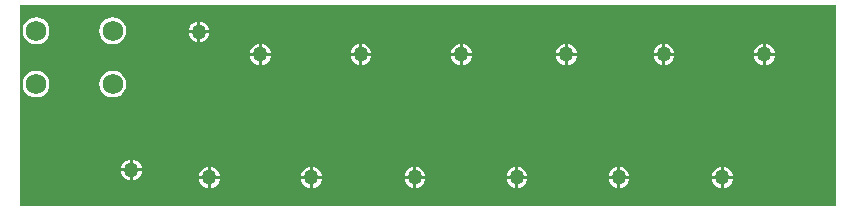
<source format=gbl>
G04*
G04 #@! TF.GenerationSoftware,Altium Limited,Altium Designer,20.0.14 (345)*
G04*
G04 Layer_Physical_Order=2*
G04 Layer_Color=16711680*
%FSLAX25Y25*%
%MOIN*%
G70*
G01*
G75*
%ADD26C,0.06890*%
%ADD27C,0.05000*%
G36*
X273500Y1500D02*
X1500D01*
Y68500D01*
X273500D01*
Y1500D01*
D02*
G37*
%LPC*%
G36*
X61500Y62964D02*
Y60000D01*
X64464D01*
X64410Y60414D01*
X64057Y61265D01*
X63496Y61996D01*
X62765Y62557D01*
X61914Y62910D01*
X61500Y62964D01*
D02*
G37*
G36*
X60500D02*
X60086Y62910D01*
X59235Y62557D01*
X58504Y61996D01*
X57943Y61265D01*
X57590Y60414D01*
X57536Y60000D01*
X60500D01*
Y62964D01*
D02*
G37*
G36*
X64464Y59000D02*
X61500D01*
Y56036D01*
X61914Y56090D01*
X62765Y56443D01*
X63496Y57004D01*
X64057Y57735D01*
X64410Y58586D01*
X64464Y59000D01*
D02*
G37*
G36*
X60500D02*
X57536D01*
X57590Y58586D01*
X57943Y57735D01*
X58504Y57004D01*
X59235Y56443D01*
X60086Y56090D01*
X60500Y56036D01*
Y59000D01*
D02*
G37*
G36*
X32295Y64341D02*
X31135Y64189D01*
X30054Y63741D01*
X29125Y63028D01*
X28413Y62100D01*
X27965Y61019D01*
X27812Y59858D01*
X27965Y58698D01*
X28413Y57617D01*
X29125Y56688D01*
X30054Y55976D01*
X31135Y55528D01*
X32295Y55375D01*
X33456Y55528D01*
X34537Y55976D01*
X35465Y56688D01*
X36178Y57617D01*
X36626Y58698D01*
X36779Y59858D01*
X36626Y61019D01*
X36178Y62100D01*
X35465Y63028D01*
X34537Y63741D01*
X33456Y64189D01*
X32295Y64341D01*
D02*
G37*
G36*
X6705D02*
X5544Y64189D01*
X4463Y63741D01*
X3535Y63028D01*
X2822Y62100D01*
X2374Y61019D01*
X2221Y59858D01*
X2374Y58698D01*
X2822Y57617D01*
X3535Y56688D01*
X4463Y55976D01*
X5544Y55528D01*
X6705Y55375D01*
X7865Y55528D01*
X8946Y55976D01*
X9875Y56688D01*
X10587Y57617D01*
X11035Y58698D01*
X11188Y59858D01*
X11035Y61019D01*
X10587Y62100D01*
X9875Y63028D01*
X8946Y63741D01*
X7865Y64189D01*
X6705Y64341D01*
D02*
G37*
G36*
X250000Y55464D02*
Y52500D01*
X252964D01*
X252910Y52914D01*
X252557Y53765D01*
X251996Y54496D01*
X251265Y55057D01*
X250414Y55410D01*
X250000Y55464D01*
D02*
G37*
G36*
X249000D02*
X248586Y55410D01*
X247735Y55057D01*
X247004Y54496D01*
X246443Y53765D01*
X246090Y52914D01*
X246036Y52500D01*
X249000D01*
Y55464D01*
D02*
G37*
G36*
X216500D02*
Y52500D01*
X219464D01*
X219410Y52914D01*
X219057Y53765D01*
X218496Y54496D01*
X217765Y55057D01*
X216914Y55410D01*
X216500Y55464D01*
D02*
G37*
G36*
X215500D02*
X215086Y55410D01*
X214235Y55057D01*
X213504Y54496D01*
X212943Y53765D01*
X212590Y52914D01*
X212536Y52500D01*
X215500D01*
Y55464D01*
D02*
G37*
G36*
X184000D02*
Y52500D01*
X186964D01*
X186910Y52914D01*
X186557Y53765D01*
X185996Y54496D01*
X185265Y55057D01*
X184414Y55410D01*
X184000Y55464D01*
D02*
G37*
G36*
X183000D02*
X182586Y55410D01*
X181735Y55057D01*
X181004Y54496D01*
X180443Y53765D01*
X180090Y52914D01*
X180036Y52500D01*
X183000D01*
Y55464D01*
D02*
G37*
G36*
X149000D02*
Y52500D01*
X151964D01*
X151910Y52914D01*
X151557Y53765D01*
X150996Y54496D01*
X150265Y55057D01*
X149414Y55410D01*
X149000Y55464D01*
D02*
G37*
G36*
X148000D02*
X147586Y55410D01*
X146735Y55057D01*
X146004Y54496D01*
X145443Y53765D01*
X145090Y52914D01*
X145036Y52500D01*
X148000D01*
Y55464D01*
D02*
G37*
G36*
X115500D02*
Y52500D01*
X118464D01*
X118410Y52914D01*
X118057Y53765D01*
X117496Y54496D01*
X116765Y55057D01*
X115914Y55410D01*
X115500Y55464D01*
D02*
G37*
G36*
X114500D02*
X114086Y55410D01*
X113235Y55057D01*
X112504Y54496D01*
X111943Y53765D01*
X111590Y52914D01*
X111536Y52500D01*
X114500D01*
Y55464D01*
D02*
G37*
G36*
X82000D02*
Y52500D01*
X84964D01*
X84910Y52914D01*
X84557Y53765D01*
X83996Y54496D01*
X83265Y55057D01*
X82414Y55410D01*
X82000Y55464D01*
D02*
G37*
G36*
X81000D02*
X80586Y55410D01*
X79735Y55057D01*
X79004Y54496D01*
X78443Y53765D01*
X78090Y52914D01*
X78036Y52500D01*
X81000D01*
Y55464D01*
D02*
G37*
G36*
X252964Y51500D02*
X250000D01*
Y48536D01*
X250414Y48590D01*
X251265Y48943D01*
X251996Y49504D01*
X252557Y50235D01*
X252910Y51086D01*
X252964Y51500D01*
D02*
G37*
G36*
X249000D02*
X246036D01*
X246090Y51086D01*
X246443Y50235D01*
X247004Y49504D01*
X247735Y48943D01*
X248586Y48590D01*
X249000Y48536D01*
Y51500D01*
D02*
G37*
G36*
X219464D02*
X216500D01*
Y48536D01*
X216914Y48590D01*
X217765Y48943D01*
X218496Y49504D01*
X219057Y50235D01*
X219410Y51086D01*
X219464Y51500D01*
D02*
G37*
G36*
X215500D02*
X212536D01*
X212590Y51086D01*
X212943Y50235D01*
X213504Y49504D01*
X214235Y48943D01*
X215086Y48590D01*
X215500Y48536D01*
Y51500D01*
D02*
G37*
G36*
X186964D02*
X184000D01*
Y48536D01*
X184414Y48590D01*
X185265Y48943D01*
X185996Y49504D01*
X186557Y50235D01*
X186910Y51086D01*
X186964Y51500D01*
D02*
G37*
G36*
X183000D02*
X180036D01*
X180090Y51086D01*
X180443Y50235D01*
X181004Y49504D01*
X181735Y48943D01*
X182586Y48590D01*
X183000Y48536D01*
Y51500D01*
D02*
G37*
G36*
X151964D02*
X149000D01*
Y48536D01*
X149414Y48590D01*
X150265Y48943D01*
X150996Y49504D01*
X151557Y50235D01*
X151910Y51086D01*
X151964Y51500D01*
D02*
G37*
G36*
X148000D02*
X145036D01*
X145090Y51086D01*
X145443Y50235D01*
X146004Y49504D01*
X146735Y48943D01*
X147586Y48590D01*
X148000Y48536D01*
Y51500D01*
D02*
G37*
G36*
X118464D02*
X115500D01*
Y48536D01*
X115914Y48590D01*
X116765Y48943D01*
X117496Y49504D01*
X118057Y50235D01*
X118410Y51086D01*
X118464Y51500D01*
D02*
G37*
G36*
X114500D02*
X111536D01*
X111590Y51086D01*
X111943Y50235D01*
X112504Y49504D01*
X113235Y48943D01*
X114086Y48590D01*
X114500Y48536D01*
Y51500D01*
D02*
G37*
G36*
X84964D02*
X82000D01*
Y48536D01*
X82414Y48590D01*
X83265Y48943D01*
X83996Y49504D01*
X84557Y50235D01*
X84910Y51086D01*
X84964Y51500D01*
D02*
G37*
G36*
X81000D02*
X78036D01*
X78090Y51086D01*
X78443Y50235D01*
X79004Y49504D01*
X79735Y48943D01*
X80586Y48590D01*
X81000Y48536D01*
Y51500D01*
D02*
G37*
G36*
X32295Y46625D02*
X31135Y46472D01*
X30054Y46024D01*
X29125Y45312D01*
X28413Y44383D01*
X27965Y43302D01*
X27812Y42142D01*
X27965Y40981D01*
X28413Y39900D01*
X29125Y38972D01*
X30054Y38259D01*
X31135Y37811D01*
X32295Y37659D01*
X33456Y37811D01*
X34537Y38259D01*
X35465Y38972D01*
X36178Y39900D01*
X36626Y40981D01*
X36779Y42142D01*
X36626Y43302D01*
X36178Y44383D01*
X35465Y45312D01*
X34537Y46024D01*
X33456Y46472D01*
X32295Y46625D01*
D02*
G37*
G36*
X6705D02*
X5544Y46472D01*
X4463Y46024D01*
X3535Y45312D01*
X2822Y44383D01*
X2374Y43302D01*
X2221Y42142D01*
X2374Y40981D01*
X2822Y39900D01*
X3535Y38972D01*
X4463Y38259D01*
X5544Y37811D01*
X6705Y37659D01*
X7865Y37811D01*
X8946Y38259D01*
X9875Y38972D01*
X10587Y39900D01*
X11035Y40981D01*
X11188Y42142D01*
X11035Y43302D01*
X10587Y44383D01*
X9875Y45312D01*
X8946Y46024D01*
X7865Y46472D01*
X6705Y46625D01*
D02*
G37*
G36*
X39000Y16964D02*
Y14000D01*
X41964D01*
X41910Y14414D01*
X41557Y15265D01*
X40996Y15996D01*
X40265Y16557D01*
X39414Y16910D01*
X39000Y16964D01*
D02*
G37*
G36*
X38000D02*
X37586Y16910D01*
X36735Y16557D01*
X36004Y15996D01*
X35443Y15265D01*
X35090Y14414D01*
X35036Y14000D01*
X38000D01*
Y16964D01*
D02*
G37*
G36*
X236000Y14464D02*
Y11500D01*
X238964D01*
X238910Y11914D01*
X238557Y12765D01*
X237996Y13496D01*
X237265Y14057D01*
X236414Y14410D01*
X236000Y14464D01*
D02*
G37*
G36*
X235000D02*
X234586Y14410D01*
X233735Y14057D01*
X233004Y13496D01*
X232443Y12765D01*
X232090Y11914D01*
X232036Y11500D01*
X235000D01*
Y14464D01*
D02*
G37*
G36*
X201500D02*
Y11500D01*
X204464D01*
X204410Y11914D01*
X204057Y12765D01*
X203496Y13496D01*
X202765Y14057D01*
X201914Y14410D01*
X201500Y14464D01*
D02*
G37*
G36*
X200500D02*
X200086Y14410D01*
X199235Y14057D01*
X198504Y13496D01*
X197943Y12765D01*
X197590Y11914D01*
X197536Y11500D01*
X200500D01*
Y14464D01*
D02*
G37*
G36*
X167500D02*
Y11500D01*
X170464D01*
X170410Y11914D01*
X170057Y12765D01*
X169496Y13496D01*
X168765Y14057D01*
X167914Y14410D01*
X167500Y14464D01*
D02*
G37*
G36*
X166500D02*
X166086Y14410D01*
X165235Y14057D01*
X164504Y13496D01*
X163943Y12765D01*
X163590Y11914D01*
X163536Y11500D01*
X166500D01*
Y14464D01*
D02*
G37*
G36*
X133500D02*
Y11500D01*
X136464D01*
X136410Y11914D01*
X136057Y12765D01*
X135496Y13496D01*
X134765Y14057D01*
X133914Y14410D01*
X133500Y14464D01*
D02*
G37*
G36*
X132500D02*
X132086Y14410D01*
X131235Y14057D01*
X130504Y13496D01*
X129943Y12765D01*
X129590Y11914D01*
X129536Y11500D01*
X132500D01*
Y14464D01*
D02*
G37*
G36*
X99000D02*
Y11500D01*
X101964D01*
X101910Y11914D01*
X101557Y12765D01*
X100996Y13496D01*
X100265Y14057D01*
X99414Y14410D01*
X99000Y14464D01*
D02*
G37*
G36*
X98000D02*
X97586Y14410D01*
X96735Y14057D01*
X96004Y13496D01*
X95443Y12765D01*
X95090Y11914D01*
X95036Y11500D01*
X98000D01*
Y14464D01*
D02*
G37*
G36*
X65000D02*
Y11500D01*
X67964D01*
X67910Y11914D01*
X67557Y12765D01*
X66996Y13496D01*
X66265Y14057D01*
X65414Y14410D01*
X65000Y14464D01*
D02*
G37*
G36*
X64000D02*
X63586Y14410D01*
X62735Y14057D01*
X62004Y13496D01*
X61443Y12765D01*
X61090Y11914D01*
X61036Y11500D01*
X64000D01*
Y14464D01*
D02*
G37*
G36*
X41964Y13000D02*
X39000D01*
Y10036D01*
X39414Y10090D01*
X40265Y10443D01*
X40996Y11004D01*
X41557Y11735D01*
X41910Y12586D01*
X41964Y13000D01*
D02*
G37*
G36*
X38000D02*
X35036D01*
X35090Y12586D01*
X35443Y11735D01*
X36004Y11004D01*
X36735Y10443D01*
X37586Y10090D01*
X38000Y10036D01*
Y13000D01*
D02*
G37*
G36*
X238964Y10500D02*
X236000D01*
Y7536D01*
X236414Y7590D01*
X237265Y7943D01*
X237996Y8504D01*
X238557Y9235D01*
X238910Y10086D01*
X238964Y10500D01*
D02*
G37*
G36*
X235000D02*
X232036D01*
X232090Y10086D01*
X232443Y9235D01*
X233004Y8504D01*
X233735Y7943D01*
X234586Y7590D01*
X235000Y7536D01*
Y10500D01*
D02*
G37*
G36*
X204464D02*
X201500D01*
Y7536D01*
X201914Y7590D01*
X202765Y7943D01*
X203496Y8504D01*
X204057Y9235D01*
X204410Y10086D01*
X204464Y10500D01*
D02*
G37*
G36*
X200500D02*
X197536D01*
X197590Y10086D01*
X197943Y9235D01*
X198504Y8504D01*
X199235Y7943D01*
X200086Y7590D01*
X200500Y7536D01*
Y10500D01*
D02*
G37*
G36*
X170464D02*
X167500D01*
Y7536D01*
X167914Y7590D01*
X168765Y7943D01*
X169496Y8504D01*
X170057Y9235D01*
X170410Y10086D01*
X170464Y10500D01*
D02*
G37*
G36*
X166500D02*
X163536D01*
X163590Y10086D01*
X163943Y9235D01*
X164504Y8504D01*
X165235Y7943D01*
X166086Y7590D01*
X166500Y7536D01*
Y10500D01*
D02*
G37*
G36*
X136464D02*
X133500D01*
Y7536D01*
X133914Y7590D01*
X134765Y7943D01*
X135496Y8504D01*
X136057Y9235D01*
X136410Y10086D01*
X136464Y10500D01*
D02*
G37*
G36*
X132500D02*
X129536D01*
X129590Y10086D01*
X129943Y9235D01*
X130504Y8504D01*
X131235Y7943D01*
X132086Y7590D01*
X132500Y7536D01*
Y10500D01*
D02*
G37*
G36*
X101964D02*
X99000D01*
Y7536D01*
X99414Y7590D01*
X100265Y7943D01*
X100996Y8504D01*
X101557Y9235D01*
X101910Y10086D01*
X101964Y10500D01*
D02*
G37*
G36*
X98000D02*
X95036D01*
X95090Y10086D01*
X95443Y9235D01*
X96004Y8504D01*
X96735Y7943D01*
X97586Y7590D01*
X98000Y7536D01*
Y10500D01*
D02*
G37*
G36*
X67964D02*
X65000D01*
Y7536D01*
X65414Y7590D01*
X66265Y7943D01*
X66996Y8504D01*
X67557Y9235D01*
X67910Y10086D01*
X67964Y10500D01*
D02*
G37*
G36*
X64000D02*
X61036D01*
X61090Y10086D01*
X61443Y9235D01*
X62004Y8504D01*
X62735Y7943D01*
X63586Y7590D01*
X64000Y7536D01*
Y10500D01*
D02*
G37*
%LPD*%
D26*
X32295Y42142D02*
D03*
X6705D02*
D03*
X32295Y59858D02*
D03*
X6705D02*
D03*
D27*
X61000Y59500D02*
D03*
X38500Y13500D02*
D03*
X249500Y52000D02*
D03*
X216000D02*
D03*
X183500D02*
D03*
X148500D02*
D03*
X115000D02*
D03*
X81500D02*
D03*
X98500Y11000D02*
D03*
X235500D02*
D03*
X201000D02*
D03*
X167000D02*
D03*
X133000D02*
D03*
X64500D02*
D03*
M02*

</source>
